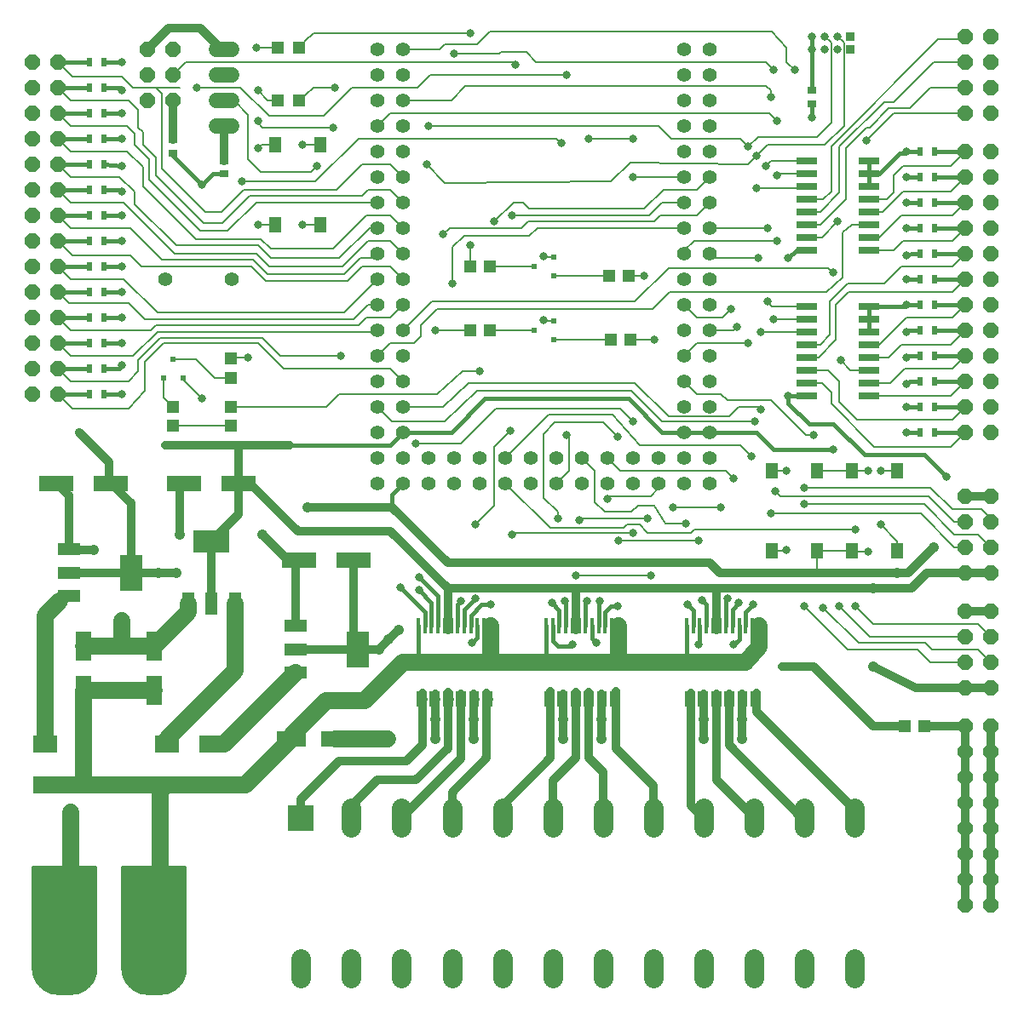
<source format=gtl>
G75*
%MOIN*%
%OFA0B0*%
%FSLAX25Y25*%
%IPPOS*%
%LPD*%
%AMOC8*
5,1,8,0,0,1.08239X$1,22.5*
%
%ADD10C,0.05600*%
%ADD11R,0.06299X0.11811*%
%ADD12R,0.13780X0.06299*%
%ADD13R,0.11811X0.06299*%
%ADD14R,0.05000X0.04500*%
%ADD15R,0.09449X0.07087*%
%ADD16R,0.04800X0.08800*%
%ADD17R,0.14173X0.08661*%
%ADD18R,0.08800X0.04800*%
%ADD19R,0.08661X0.14173*%
%ADD20R,0.08000X0.02600*%
%ADD21C,0.03200*%
%ADD22R,0.03200X0.03200*%
%ADD23R,0.10000X0.10000*%
%ADD24C,0.07600*%
%ADD25OC8,0.06000*%
%ADD26C,0.06000*%
%ADD27R,0.04724X0.04724*%
%ADD28R,0.02400X0.03500*%
%ADD29R,0.03543X0.02756*%
%ADD30R,0.04500X0.05000*%
%ADD31C,0.00500*%
%ADD32R,0.02500X0.05000*%
%ADD33R,0.01575X0.05906*%
%ADD34R,0.02362X0.02362*%
%ADD35R,0.05118X0.06102*%
%ADD36C,0.04200*%
%ADD37C,0.06600*%
%ADD38C,0.03200*%
%ADD39C,0.00800*%
%ADD40C,0.01600*%
%ADD41C,0.00600*%
%ADD42C,0.04000*%
%ADD43C,0.05000*%
%ADD44C,0.03543*%
D10*
X0146000Y0211000D03*
X0146000Y0221000D03*
X0146000Y0231000D03*
X0146000Y0241000D03*
X0146000Y0251000D03*
X0146000Y0261000D03*
X0146000Y0271000D03*
X0146000Y0281000D03*
X0146000Y0291000D03*
X0146000Y0301000D03*
X0146000Y0311000D03*
X0146000Y0321000D03*
X0146000Y0331000D03*
X0146000Y0341000D03*
X0146000Y0351000D03*
X0146000Y0361000D03*
X0146000Y0371000D03*
X0146000Y0381000D03*
X0156000Y0381000D03*
X0156000Y0371000D03*
X0156000Y0361000D03*
X0156000Y0351000D03*
X0156000Y0341000D03*
X0156000Y0331000D03*
X0156000Y0321000D03*
X0156000Y0311000D03*
X0156000Y0301000D03*
X0156000Y0291000D03*
X0156000Y0281000D03*
X0156000Y0271000D03*
X0156000Y0261000D03*
X0156000Y0251000D03*
X0156000Y0241000D03*
X0156000Y0231000D03*
X0156000Y0221000D03*
X0156000Y0211000D03*
X0166000Y0211000D03*
X0166000Y0221000D03*
X0176000Y0221000D03*
X0176000Y0211000D03*
X0186000Y0211000D03*
X0186000Y0221000D03*
X0196000Y0221000D03*
X0196000Y0211000D03*
X0206000Y0211000D03*
X0206000Y0221000D03*
X0216000Y0221000D03*
X0216000Y0211000D03*
X0226000Y0211000D03*
X0226000Y0221000D03*
X0236000Y0221000D03*
X0236000Y0211000D03*
X0246000Y0211000D03*
X0246000Y0221000D03*
X0256000Y0221000D03*
X0256000Y0211000D03*
X0266000Y0211000D03*
X0266000Y0221000D03*
X0276000Y0221000D03*
X0276000Y0211000D03*
X0276000Y0231000D03*
X0276000Y0241000D03*
X0266000Y0241000D03*
X0266000Y0231000D03*
X0266000Y0251000D03*
X0266000Y0261000D03*
X0276000Y0261000D03*
X0276000Y0251000D03*
X0276000Y0271000D03*
X0276000Y0281000D03*
X0266000Y0281000D03*
X0266000Y0271000D03*
X0266000Y0291000D03*
X0276000Y0291000D03*
X0276000Y0301000D03*
X0276000Y0311000D03*
X0266000Y0311000D03*
X0266000Y0301000D03*
X0266000Y0321000D03*
X0266000Y0331000D03*
X0276000Y0331000D03*
X0276000Y0321000D03*
X0276000Y0341000D03*
X0276000Y0351000D03*
X0266000Y0351000D03*
X0266000Y0341000D03*
X0266000Y0361000D03*
X0266000Y0371000D03*
X0276000Y0371000D03*
X0276000Y0361000D03*
X0276000Y0381000D03*
X0266000Y0381000D03*
X0088992Y0291000D03*
X0063008Y0291000D03*
D11*
X0058500Y0147161D03*
X0058500Y0129839D03*
X0031000Y0129839D03*
X0031000Y0147161D03*
D12*
X0020370Y0211000D03*
X0041630Y0211000D03*
X0070370Y0211000D03*
X0091630Y0211000D03*
X0115370Y0181000D03*
X0136630Y0181000D03*
D13*
X0129661Y0111000D03*
X0112339Y0111000D03*
D14*
X0088500Y0233500D03*
X0088500Y0241000D03*
X0088500Y0252250D03*
X0088500Y0259750D03*
X0066000Y0241000D03*
X0066000Y0233500D03*
D15*
X0063500Y0108972D03*
X0063500Y0093028D03*
X0081000Y0093028D03*
X0081000Y0108972D03*
X0016000Y0108972D03*
X0016000Y0093028D03*
D16*
X0071900Y0163800D03*
X0081000Y0163800D03*
X0090100Y0163800D03*
D17*
X0081000Y0188201D03*
D18*
X0113800Y0155100D03*
X0113800Y0146000D03*
X0113800Y0136900D03*
X0025050Y0166900D03*
X0025050Y0176000D03*
X0025050Y0185100D03*
D19*
X0049451Y0176000D03*
X0138201Y0146000D03*
D20*
X0313900Y0245375D03*
X0313900Y0250375D03*
X0313900Y0255375D03*
X0313900Y0260375D03*
X0313900Y0265375D03*
X0313900Y0270375D03*
X0313900Y0275375D03*
X0313900Y0280375D03*
X0313900Y0302250D03*
X0313900Y0307250D03*
X0313900Y0312250D03*
X0313900Y0317250D03*
X0313900Y0322250D03*
X0313900Y0327250D03*
X0313900Y0332250D03*
X0313900Y0337250D03*
X0338100Y0337250D03*
X0338100Y0332250D03*
X0338100Y0327250D03*
X0338100Y0322250D03*
X0338100Y0317250D03*
X0338100Y0312250D03*
X0338100Y0307250D03*
X0338100Y0302250D03*
X0338100Y0280375D03*
X0338100Y0275375D03*
X0338100Y0270375D03*
X0338100Y0265375D03*
X0338100Y0260375D03*
X0338100Y0255375D03*
X0338100Y0250375D03*
X0338100Y0245375D03*
D21*
X0352875Y0241000D03*
X0352875Y0231000D03*
X0342875Y0216000D03*
X0337875Y0216000D03*
X0324125Y0224125D03*
X0316625Y0229750D03*
X0306625Y0245375D03*
X0296000Y0239750D03*
X0293500Y0235375D03*
X0292250Y0221625D03*
X0285375Y0212875D03*
X0280375Y0201625D03*
X0266625Y0195375D03*
X0261625Y0201625D03*
X0251625Y0197250D03*
X0246000Y0191625D03*
X0240375Y0188500D03*
X0227875Y0179750D03*
X0223500Y0174750D03*
X0219125Y0164750D03*
X0214125Y0164125D03*
X0227875Y0164750D03*
X0232875Y0164750D03*
X0239750Y0162875D03*
X0252875Y0174750D03*
X0267250Y0163500D03*
X0272875Y0165375D03*
X0282875Y0166000D03*
X0287250Y0164125D03*
X0292875Y0163500D03*
X0285375Y0147875D03*
X0271625Y0147875D03*
X0276000Y0179750D03*
X0271625Y0188500D03*
X0299750Y0199125D03*
X0301625Y0207875D03*
X0306000Y0216000D03*
X0312875Y0209125D03*
X0312875Y0202875D03*
X0306000Y0184750D03*
X0312875Y0162875D03*
X0320375Y0162250D03*
X0326625Y0162875D03*
X0332875Y0162875D03*
X0337875Y0184125D03*
X0332875Y0192875D03*
X0342875Y0194750D03*
X0368500Y0213500D03*
X0352875Y0249750D03*
X0352875Y0260375D03*
X0352875Y0270375D03*
X0352875Y0281000D03*
X0352875Y0291000D03*
X0352875Y0300375D03*
X0352875Y0311000D03*
X0352875Y0321000D03*
X0352875Y0331000D03*
X0352875Y0341000D03*
X0337250Y0345375D03*
X0316000Y0354125D03*
X0302250Y0352875D03*
X0299750Y0362250D03*
X0301000Y0372875D03*
X0309125Y0372875D03*
X0316000Y0381000D03*
X0316000Y0386000D03*
X0321000Y0386000D03*
X0321000Y0381000D03*
X0326000Y0381000D03*
X0326000Y0386000D03*
X0291000Y0342875D03*
X0294125Y0339125D03*
X0297875Y0335375D03*
X0302250Y0331625D03*
X0294125Y0326625D03*
X0298500Y0311000D03*
X0302250Y0306000D03*
X0306625Y0299125D03*
X0294750Y0299125D03*
X0298500Y0282250D03*
X0301000Y0275375D03*
X0296000Y0270375D03*
X0291000Y0266000D03*
X0286625Y0272250D03*
X0284125Y0279125D03*
X0254125Y0267250D03*
X0250375Y0292250D03*
X0246000Y0331000D03*
X0246000Y0346000D03*
X0228500Y0346000D03*
X0217875Y0344125D03*
X0219750Y0371000D03*
X0199750Y0374750D03*
X0182250Y0387250D03*
X0176000Y0379125D03*
X0166000Y0351000D03*
X0165375Y0336000D03*
X0171625Y0308500D03*
X0182250Y0304125D03*
X0191625Y0313500D03*
X0198500Y0316000D03*
X0211000Y0299750D03*
X0211000Y0274750D03*
X0186000Y0254750D03*
X0168500Y0271000D03*
X0175375Y0289125D03*
X0131625Y0261000D03*
X0111625Y0226000D03*
X0086000Y0226000D03*
X0077250Y0244125D03*
X0062875Y0226000D03*
X0046000Y0246000D03*
X0046000Y0257250D03*
X0046000Y0266000D03*
X0046000Y0276000D03*
X0046000Y0286000D03*
X0046000Y0296000D03*
X0046000Y0306000D03*
X0046000Y0316000D03*
X0046000Y0325375D03*
X0046000Y0335375D03*
X0046000Y0346000D03*
X0046000Y0356000D03*
X0046000Y0364750D03*
X0046000Y0376000D03*
X0075375Y0366000D03*
X0098500Y0381625D03*
X0099125Y0364750D03*
X0099125Y0352875D03*
X0099125Y0342250D03*
X0092875Y0329125D03*
X0077250Y0327875D03*
X0099125Y0312250D03*
X0116625Y0312250D03*
X0122250Y0335375D03*
X0116625Y0343500D03*
X0128500Y0350375D03*
X0129125Y0366000D03*
X0095375Y0260375D03*
X0161000Y0226625D03*
X0184125Y0194750D03*
X0198500Y0191000D03*
X0206625Y0179750D03*
X0216625Y0197250D03*
X0224750Y0196625D03*
X0236000Y0204750D03*
X0239750Y0229125D03*
X0246000Y0235375D03*
X0219750Y0229750D03*
X0197875Y0231625D03*
X0178500Y0179750D03*
X0184125Y0166000D03*
X0178500Y0164750D03*
X0190375Y0163500D03*
X0182875Y0148500D03*
X0162250Y0169125D03*
X0162250Y0174125D03*
X0154750Y0170375D03*
X0222250Y0147875D03*
X0231625Y0148500D03*
X0304125Y0139125D03*
X0310375Y0139125D03*
X0316625Y0139125D03*
X0327250Y0259125D03*
X0324125Y0293500D03*
X0326000Y0313500D03*
D22*
X0331000Y0381000D03*
X0331000Y0386000D03*
D23*
X0116000Y0080055D03*
D24*
X0135685Y0076255D02*
X0135685Y0083855D01*
X0155370Y0083855D02*
X0155370Y0076255D01*
X0175055Y0076255D02*
X0175055Y0083855D01*
X0194740Y0083855D02*
X0194740Y0076255D01*
X0214425Y0076255D02*
X0214425Y0083855D01*
X0234110Y0083855D02*
X0234110Y0076255D01*
X0253795Y0076255D02*
X0253795Y0083855D01*
X0273480Y0083855D02*
X0273480Y0076255D01*
X0293165Y0076255D02*
X0293165Y0083855D01*
X0312850Y0083855D02*
X0312850Y0076255D01*
X0332535Y0076255D02*
X0332535Y0083855D01*
X0332535Y0024800D02*
X0332535Y0017200D01*
X0312850Y0017200D02*
X0312850Y0024800D01*
X0293165Y0024800D02*
X0293165Y0017200D01*
X0273480Y0017200D02*
X0273480Y0024800D01*
X0253795Y0024800D02*
X0253795Y0017200D01*
X0234110Y0017200D02*
X0234110Y0024800D01*
X0214425Y0024800D02*
X0214425Y0017200D01*
X0194740Y0017200D02*
X0194740Y0024800D01*
X0175055Y0024800D02*
X0175055Y0017200D01*
X0155370Y0017200D02*
X0155370Y0024800D01*
X0135685Y0024800D02*
X0135685Y0017200D01*
X0116000Y0017200D02*
X0116000Y0024800D01*
D25*
X0021000Y0246000D03*
X0021000Y0256000D03*
X0021000Y0266000D03*
X0021000Y0276000D03*
X0021000Y0286000D03*
X0021000Y0296000D03*
X0021000Y0306000D03*
X0021000Y0316000D03*
X0021000Y0326000D03*
X0021000Y0336000D03*
X0021000Y0346000D03*
X0021000Y0356000D03*
X0021000Y0366000D03*
X0021000Y0376000D03*
X0011000Y0376000D03*
X0011000Y0366000D03*
X0011000Y0356000D03*
X0011000Y0346000D03*
X0011000Y0336000D03*
X0011000Y0326000D03*
X0011000Y0316000D03*
X0011000Y0306000D03*
X0011000Y0296000D03*
X0011000Y0286000D03*
X0011000Y0276000D03*
X0011000Y0266000D03*
X0011000Y0256000D03*
X0011000Y0246000D03*
X0056000Y0361000D03*
X0056000Y0371000D03*
X0066000Y0371000D03*
X0066000Y0361000D03*
X0066000Y0381000D03*
X0056000Y0381000D03*
X0376000Y0376000D03*
X0376000Y0366000D03*
X0386000Y0366000D03*
X0386000Y0376000D03*
X0386000Y0386000D03*
X0376000Y0386000D03*
X0376000Y0356000D03*
X0386000Y0356000D03*
X0386000Y0341000D03*
X0376000Y0341000D03*
X0376000Y0331000D03*
X0376000Y0321000D03*
X0386000Y0321000D03*
X0386000Y0331000D03*
X0386000Y0311000D03*
X0386000Y0301000D03*
X0376000Y0301000D03*
X0376000Y0311000D03*
X0376000Y0291000D03*
X0386000Y0291000D03*
X0386000Y0281000D03*
X0386000Y0271000D03*
X0376000Y0271000D03*
X0376000Y0281000D03*
X0376000Y0261000D03*
X0376000Y0251000D03*
X0386000Y0251000D03*
X0386000Y0261000D03*
X0386000Y0241000D03*
X0386000Y0231000D03*
X0376000Y0231000D03*
X0376000Y0241000D03*
X0376000Y0206000D03*
X0386000Y0206000D03*
X0386000Y0196000D03*
X0376000Y0196000D03*
X0376000Y0186000D03*
X0376000Y0176000D03*
X0386000Y0176000D03*
X0386000Y0186000D03*
X0386000Y0161000D03*
X0386000Y0151000D03*
X0376000Y0151000D03*
X0376000Y0161000D03*
X0376000Y0141000D03*
X0376000Y0131000D03*
X0386000Y0131000D03*
X0386000Y0141000D03*
X0386000Y0116000D03*
X0376000Y0116000D03*
X0376000Y0106000D03*
X0376000Y0096000D03*
X0386000Y0096000D03*
X0386000Y0106000D03*
X0386000Y0086000D03*
X0386000Y0076000D03*
X0376000Y0076000D03*
X0376000Y0086000D03*
X0376000Y0066000D03*
X0376000Y0056000D03*
X0386000Y0056000D03*
X0386000Y0066000D03*
X0386000Y0046000D03*
X0376000Y0046000D03*
D26*
X0089000Y0351000D02*
X0083000Y0351000D01*
X0083000Y0361000D02*
X0089000Y0361000D01*
X0089000Y0371000D02*
X0083000Y0371000D01*
X0083000Y0381000D02*
X0089000Y0381000D01*
D27*
X0106866Y0381625D03*
X0115134Y0381625D03*
X0115134Y0361000D03*
X0106866Y0361000D03*
D28*
X0038950Y0356000D03*
X0033050Y0356000D03*
X0033050Y0346000D03*
X0038950Y0346000D03*
X0038950Y0336000D03*
X0033050Y0336000D03*
X0033050Y0326000D03*
X0038950Y0326000D03*
X0038950Y0316000D03*
X0033050Y0316000D03*
X0033050Y0306000D03*
X0038950Y0306000D03*
X0038950Y0296000D03*
X0033050Y0296000D03*
X0033050Y0286000D03*
X0038950Y0286000D03*
X0038950Y0276000D03*
X0033050Y0276000D03*
X0033050Y0266000D03*
X0038950Y0266000D03*
X0038950Y0256000D03*
X0033050Y0256000D03*
X0033050Y0246000D03*
X0038950Y0246000D03*
X0038950Y0366000D03*
X0033050Y0366000D03*
X0033050Y0376000D03*
X0038950Y0376000D03*
X0358050Y0341000D03*
X0363950Y0341000D03*
X0363950Y0331000D03*
X0358050Y0331000D03*
X0358050Y0321000D03*
X0363950Y0321000D03*
X0363950Y0311000D03*
X0358050Y0311000D03*
X0358050Y0301000D03*
X0363950Y0301000D03*
X0363950Y0291000D03*
X0358050Y0291000D03*
X0358050Y0281000D03*
X0363950Y0281000D03*
X0363950Y0271000D03*
X0358050Y0271000D03*
X0358050Y0261000D03*
X0363950Y0261000D03*
X0363950Y0251000D03*
X0358050Y0251000D03*
X0358050Y0241000D03*
X0363950Y0241000D03*
X0363950Y0231000D03*
X0358050Y0231000D03*
D29*
X0316000Y0359691D03*
X0316000Y0364809D03*
X0086000Y0337309D03*
X0086000Y0332191D03*
X0066000Y0340316D03*
X0066000Y0345434D03*
D30*
X0182250Y0296000D03*
X0189750Y0296000D03*
X0189750Y0271000D03*
X0182250Y0271000D03*
X0237250Y0267250D03*
X0244750Y0267250D03*
X0244125Y0292250D03*
X0236625Y0292250D03*
X0352250Y0116000D03*
X0359750Y0116000D03*
D31*
X0033067Y0013961D02*
X0013933Y0013961D01*
X0013443Y0014451D02*
X0014451Y0013443D01*
X0015594Y0012587D01*
X0016846Y0011904D01*
X0018183Y0011405D01*
X0019577Y0011102D01*
X0021000Y0011000D01*
X0026000Y0011000D01*
X0027423Y0011102D01*
X0028817Y0011405D01*
X0030154Y0011904D01*
X0031406Y0012587D01*
X0032549Y0013443D01*
X0033557Y0014451D01*
X0034413Y0015594D01*
X0035096Y0016846D01*
X0035595Y0018183D01*
X0035898Y0019577D01*
X0036000Y0021000D01*
X0036000Y0061000D01*
X0011000Y0061000D01*
X0011000Y0021000D01*
X0011102Y0019577D01*
X0011405Y0018183D01*
X0011904Y0016846D01*
X0012587Y0015594D01*
X0013443Y0014451D01*
X0013436Y0014460D02*
X0033564Y0014460D01*
X0033937Y0014958D02*
X0013063Y0014958D01*
X0012690Y0015457D02*
X0034310Y0015457D01*
X0034610Y0015955D02*
X0012390Y0015955D01*
X0012118Y0016454D02*
X0034882Y0016454D01*
X0035136Y0016952D02*
X0011864Y0016952D01*
X0011678Y0017451D02*
X0035322Y0017451D01*
X0035508Y0017949D02*
X0011492Y0017949D01*
X0011347Y0018448D02*
X0035653Y0018448D01*
X0035761Y0018946D02*
X0011239Y0018946D01*
X0011130Y0019445D02*
X0035870Y0019445D01*
X0035924Y0019943D02*
X0011076Y0019943D01*
X0011040Y0020442D02*
X0035960Y0020442D01*
X0035996Y0020940D02*
X0011004Y0020940D01*
X0011000Y0021439D02*
X0036000Y0021439D01*
X0036000Y0021937D02*
X0011000Y0021937D01*
X0011000Y0022436D02*
X0036000Y0022436D01*
X0036000Y0022934D02*
X0011000Y0022934D01*
X0011000Y0023433D02*
X0036000Y0023433D01*
X0036000Y0023932D02*
X0011000Y0023932D01*
X0011000Y0024430D02*
X0036000Y0024430D01*
X0036000Y0024929D02*
X0011000Y0024929D01*
X0011000Y0025427D02*
X0036000Y0025427D01*
X0036000Y0025926D02*
X0011000Y0025926D01*
X0011000Y0026424D02*
X0036000Y0026424D01*
X0036000Y0026923D02*
X0011000Y0026923D01*
X0011000Y0027421D02*
X0036000Y0027421D01*
X0036000Y0027920D02*
X0011000Y0027920D01*
X0011000Y0028418D02*
X0036000Y0028418D01*
X0036000Y0028917D02*
X0011000Y0028917D01*
X0011000Y0029415D02*
X0036000Y0029415D01*
X0036000Y0029914D02*
X0011000Y0029914D01*
X0011000Y0030412D02*
X0036000Y0030412D01*
X0036000Y0030911D02*
X0011000Y0030911D01*
X0011000Y0031409D02*
X0036000Y0031409D01*
X0036000Y0031908D02*
X0011000Y0031908D01*
X0011000Y0032406D02*
X0036000Y0032406D01*
X0036000Y0032905D02*
X0011000Y0032905D01*
X0011000Y0033403D02*
X0036000Y0033403D01*
X0036000Y0033902D02*
X0011000Y0033902D01*
X0011000Y0034400D02*
X0036000Y0034400D01*
X0036000Y0034899D02*
X0011000Y0034899D01*
X0011000Y0035397D02*
X0036000Y0035397D01*
X0036000Y0035896D02*
X0011000Y0035896D01*
X0011000Y0036394D02*
X0036000Y0036394D01*
X0036000Y0036893D02*
X0011000Y0036893D01*
X0011000Y0037391D02*
X0036000Y0037391D01*
X0036000Y0037890D02*
X0011000Y0037890D01*
X0011000Y0038388D02*
X0036000Y0038388D01*
X0036000Y0038887D02*
X0011000Y0038887D01*
X0011000Y0039385D02*
X0036000Y0039385D01*
X0036000Y0039884D02*
X0011000Y0039884D01*
X0011000Y0040382D02*
X0036000Y0040382D01*
X0036000Y0040881D02*
X0011000Y0040881D01*
X0011000Y0041379D02*
X0036000Y0041379D01*
X0036000Y0041878D02*
X0011000Y0041878D01*
X0011000Y0042376D02*
X0036000Y0042376D01*
X0036000Y0042875D02*
X0011000Y0042875D01*
X0011000Y0043373D02*
X0036000Y0043373D01*
X0036000Y0043872D02*
X0011000Y0043872D01*
X0011000Y0044370D02*
X0036000Y0044370D01*
X0036000Y0044869D02*
X0011000Y0044869D01*
X0011000Y0045368D02*
X0036000Y0045368D01*
X0036000Y0045866D02*
X0011000Y0045866D01*
X0011000Y0046365D02*
X0036000Y0046365D01*
X0036000Y0046863D02*
X0011000Y0046863D01*
X0011000Y0047362D02*
X0036000Y0047362D01*
X0036000Y0047860D02*
X0011000Y0047860D01*
X0011000Y0048359D02*
X0036000Y0048359D01*
X0036000Y0048857D02*
X0011000Y0048857D01*
X0011000Y0049356D02*
X0036000Y0049356D01*
X0036000Y0049854D02*
X0011000Y0049854D01*
X0011000Y0050353D02*
X0036000Y0050353D01*
X0036000Y0050851D02*
X0011000Y0050851D01*
X0011000Y0051350D02*
X0036000Y0051350D01*
X0036000Y0051848D02*
X0011000Y0051848D01*
X0011000Y0052347D02*
X0036000Y0052347D01*
X0036000Y0052845D02*
X0011000Y0052845D01*
X0011000Y0053344D02*
X0036000Y0053344D01*
X0036000Y0053842D02*
X0011000Y0053842D01*
X0011000Y0054341D02*
X0036000Y0054341D01*
X0036000Y0054839D02*
X0011000Y0054839D01*
X0011000Y0055338D02*
X0036000Y0055338D01*
X0036000Y0055836D02*
X0011000Y0055836D01*
X0011000Y0056335D02*
X0036000Y0056335D01*
X0036000Y0056833D02*
X0011000Y0056833D01*
X0011000Y0057332D02*
X0036000Y0057332D01*
X0036000Y0057830D02*
X0011000Y0057830D01*
X0011000Y0058329D02*
X0036000Y0058329D01*
X0036000Y0058827D02*
X0011000Y0058827D01*
X0011000Y0059326D02*
X0036000Y0059326D01*
X0036000Y0059824D02*
X0011000Y0059824D01*
X0011000Y0060323D02*
X0036000Y0060323D01*
X0036000Y0060821D02*
X0011000Y0060821D01*
X0046000Y0060821D02*
X0071000Y0060821D01*
X0071000Y0061000D02*
X0071000Y0021000D01*
X0070898Y0019577D01*
X0070595Y0018183D01*
X0070096Y0016846D01*
X0069413Y0015594D01*
X0068557Y0014451D01*
X0067549Y0013443D01*
X0066406Y0012587D01*
X0065154Y0011904D01*
X0063817Y0011405D01*
X0062423Y0011102D01*
X0061000Y0011000D01*
X0056000Y0011000D01*
X0054577Y0011102D01*
X0053183Y0011405D01*
X0051846Y0011904D01*
X0050594Y0012587D01*
X0049451Y0013443D01*
X0048443Y0014451D01*
X0047587Y0015594D01*
X0046904Y0016846D01*
X0046405Y0018183D01*
X0046102Y0019577D01*
X0046000Y0021000D01*
X0046000Y0061000D01*
X0071000Y0061000D01*
X0071000Y0060323D02*
X0046000Y0060323D01*
X0046000Y0059824D02*
X0071000Y0059824D01*
X0071000Y0059326D02*
X0046000Y0059326D01*
X0046000Y0058827D02*
X0071000Y0058827D01*
X0071000Y0058329D02*
X0046000Y0058329D01*
X0046000Y0057830D02*
X0071000Y0057830D01*
X0071000Y0057332D02*
X0046000Y0057332D01*
X0046000Y0056833D02*
X0071000Y0056833D01*
X0071000Y0056335D02*
X0046000Y0056335D01*
X0046000Y0055836D02*
X0071000Y0055836D01*
X0071000Y0055338D02*
X0046000Y0055338D01*
X0046000Y0054839D02*
X0071000Y0054839D01*
X0071000Y0054341D02*
X0046000Y0054341D01*
X0046000Y0053842D02*
X0071000Y0053842D01*
X0071000Y0053344D02*
X0046000Y0053344D01*
X0046000Y0052845D02*
X0071000Y0052845D01*
X0071000Y0052347D02*
X0046000Y0052347D01*
X0046000Y0051848D02*
X0071000Y0051848D01*
X0071000Y0051350D02*
X0046000Y0051350D01*
X0046000Y0050851D02*
X0071000Y0050851D01*
X0071000Y0050353D02*
X0046000Y0050353D01*
X0046000Y0049854D02*
X0071000Y0049854D01*
X0071000Y0049356D02*
X0046000Y0049356D01*
X0046000Y0048857D02*
X0071000Y0048857D01*
X0071000Y0048359D02*
X0046000Y0048359D01*
X0046000Y0047860D02*
X0071000Y0047860D01*
X0071000Y0047362D02*
X0046000Y0047362D01*
X0046000Y0046863D02*
X0071000Y0046863D01*
X0071000Y0046365D02*
X0046000Y0046365D01*
X0046000Y0045866D02*
X0071000Y0045866D01*
X0071000Y0045368D02*
X0046000Y0045368D01*
X0046000Y0044869D02*
X0071000Y0044869D01*
X0071000Y0044370D02*
X0046000Y0044370D01*
X0046000Y0043872D02*
X0071000Y0043872D01*
X0071000Y0043373D02*
X0046000Y0043373D01*
X0046000Y0042875D02*
X0071000Y0042875D01*
X0071000Y0042376D02*
X0046000Y0042376D01*
X0046000Y0041878D02*
X0071000Y0041878D01*
X0071000Y0041379D02*
X0046000Y0041379D01*
X0046000Y0040881D02*
X0071000Y0040881D01*
X0071000Y0040382D02*
X0046000Y0040382D01*
X0046000Y0039884D02*
X0071000Y0039884D01*
X0071000Y0039385D02*
X0046000Y0039385D01*
X0046000Y0038887D02*
X0071000Y0038887D01*
X0071000Y0038388D02*
X0046000Y0038388D01*
X0046000Y0037890D02*
X0071000Y0037890D01*
X0071000Y0037391D02*
X0046000Y0037391D01*
X0046000Y0036893D02*
X0071000Y0036893D01*
X0071000Y0036394D02*
X0046000Y0036394D01*
X0046000Y0035896D02*
X0071000Y0035896D01*
X0071000Y0035397D02*
X0046000Y0035397D01*
X0046000Y0034899D02*
X0071000Y0034899D01*
X0071000Y0034400D02*
X0046000Y0034400D01*
X0046000Y0033902D02*
X0071000Y0033902D01*
X0071000Y0033403D02*
X0046000Y0033403D01*
X0046000Y0032905D02*
X0071000Y0032905D01*
X0071000Y0032406D02*
X0046000Y0032406D01*
X0046000Y0031908D02*
X0071000Y0031908D01*
X0071000Y0031409D02*
X0046000Y0031409D01*
X0046000Y0030911D02*
X0071000Y0030911D01*
X0071000Y0030412D02*
X0046000Y0030412D01*
X0046000Y0029914D02*
X0071000Y0029914D01*
X0071000Y0029415D02*
X0046000Y0029415D01*
X0046000Y0028917D02*
X0071000Y0028917D01*
X0071000Y0028418D02*
X0046000Y0028418D01*
X0046000Y0027920D02*
X0071000Y0027920D01*
X0071000Y0027421D02*
X0046000Y0027421D01*
X0046000Y0026923D02*
X0071000Y0026923D01*
X0071000Y0026424D02*
X0046000Y0026424D01*
X0046000Y0025926D02*
X0071000Y0025926D01*
X0071000Y0025427D02*
X0046000Y0025427D01*
X0046000Y0024929D02*
X0071000Y0024929D01*
X0071000Y0024430D02*
X0046000Y0024430D01*
X0046000Y0023932D02*
X0071000Y0023932D01*
X0071000Y0023433D02*
X0046000Y0023433D01*
X0046000Y0022934D02*
X0071000Y0022934D01*
X0071000Y0022436D02*
X0046000Y0022436D01*
X0046000Y0021937D02*
X0071000Y0021937D01*
X0071000Y0021439D02*
X0046000Y0021439D01*
X0046004Y0020940D02*
X0070996Y0020940D01*
X0070960Y0020442D02*
X0046040Y0020442D01*
X0046076Y0019943D02*
X0070924Y0019943D01*
X0070870Y0019445D02*
X0046130Y0019445D01*
X0046239Y0018946D02*
X0070761Y0018946D01*
X0070653Y0018448D02*
X0046347Y0018448D01*
X0046492Y0017949D02*
X0070508Y0017949D01*
X0070322Y0017451D02*
X0046678Y0017451D01*
X0046864Y0016952D02*
X0070136Y0016952D01*
X0069882Y0016454D02*
X0047118Y0016454D01*
X0047390Y0015955D02*
X0069610Y0015955D01*
X0069310Y0015457D02*
X0047690Y0015457D01*
X0048063Y0014958D02*
X0068937Y0014958D01*
X0068564Y0014460D02*
X0048436Y0014460D01*
X0048933Y0013961D02*
X0068067Y0013961D01*
X0067569Y0013463D02*
X0049431Y0013463D01*
X0050090Y0012964D02*
X0066910Y0012964D01*
X0066184Y0012466D02*
X0050816Y0012466D01*
X0051729Y0011967D02*
X0065271Y0011967D01*
X0063988Y0011469D02*
X0053012Y0011469D01*
X0032569Y0013463D02*
X0014431Y0013463D01*
X0015090Y0012964D02*
X0031910Y0012964D01*
X0031184Y0012466D02*
X0015816Y0012466D01*
X0016729Y0011967D02*
X0030271Y0011967D01*
X0028988Y0011469D02*
X0018012Y0011469D01*
D32*
X0026000Y0041000D03*
X0061000Y0046000D03*
D33*
X0161925Y0126728D03*
X0164484Y0126728D03*
X0167043Y0126728D03*
X0169602Y0126728D03*
X0172161Y0126728D03*
X0174720Y0126728D03*
X0177280Y0126728D03*
X0179839Y0126728D03*
X0182398Y0126728D03*
X0184957Y0126728D03*
X0187516Y0126728D03*
X0190075Y0126728D03*
X0211925Y0126728D03*
X0214484Y0126728D03*
X0217043Y0126728D03*
X0219602Y0126728D03*
X0222161Y0126728D03*
X0224720Y0126728D03*
X0227280Y0126728D03*
X0229839Y0126728D03*
X0232398Y0126728D03*
X0234957Y0126728D03*
X0237516Y0126728D03*
X0240075Y0126728D03*
X0266925Y0126728D03*
X0269484Y0126728D03*
X0272043Y0126728D03*
X0274602Y0126728D03*
X0277161Y0126728D03*
X0279720Y0126728D03*
X0282280Y0126728D03*
X0284839Y0126728D03*
X0287398Y0126728D03*
X0289957Y0126728D03*
X0292516Y0126728D03*
X0295075Y0126728D03*
X0295075Y0155272D03*
X0292516Y0155272D03*
X0289957Y0155272D03*
X0287398Y0155272D03*
X0284839Y0155272D03*
X0282280Y0155272D03*
X0279720Y0155272D03*
X0277161Y0155272D03*
X0274602Y0155272D03*
X0272043Y0155272D03*
X0269484Y0155272D03*
X0266925Y0155272D03*
X0240075Y0155272D03*
X0237516Y0155272D03*
X0234957Y0155272D03*
X0232398Y0155272D03*
X0229839Y0155272D03*
X0227280Y0155272D03*
X0224720Y0155272D03*
X0222161Y0155272D03*
X0219602Y0155272D03*
X0217043Y0155272D03*
X0214484Y0155272D03*
X0211925Y0155272D03*
X0190075Y0155272D03*
X0187516Y0155272D03*
X0184957Y0155272D03*
X0182398Y0155272D03*
X0179839Y0155272D03*
X0177280Y0155272D03*
X0174720Y0155272D03*
X0172161Y0155272D03*
X0169602Y0155272D03*
X0167043Y0155272D03*
X0164484Y0155272D03*
X0161925Y0155272D03*
D34*
X0069740Y0252260D03*
X0062260Y0252260D03*
X0066000Y0259740D03*
X0207260Y0271000D03*
X0214740Y0267260D03*
X0214740Y0274740D03*
X0214740Y0292260D03*
X0214740Y0299740D03*
X0207260Y0296000D03*
D35*
X0123608Y0312225D03*
X0105892Y0312225D03*
X0105892Y0343525D03*
X0123608Y0343525D03*
X0300267Y0216025D03*
X0317983Y0216025D03*
X0331517Y0216025D03*
X0349233Y0216025D03*
X0349233Y0184725D03*
X0331517Y0184725D03*
X0317983Y0184725D03*
X0300267Y0184725D03*
D36*
X0339750Y0169750D03*
X0349125Y0176000D03*
X0363500Y0186000D03*
X0339750Y0139125D03*
X0288500Y0118500D03*
X0288500Y0111000D03*
X0273500Y0111000D03*
X0273500Y0118500D03*
X0233500Y0118500D03*
X0233500Y0111000D03*
X0218500Y0111000D03*
X0218500Y0118500D03*
X0183500Y0118500D03*
X0183500Y0111000D03*
X0168500Y0111000D03*
X0168500Y0118500D03*
X0149750Y0111000D03*
X0141000Y0111000D03*
X0146625Y0146000D03*
X0150375Y0149750D03*
X0154125Y0153500D03*
X0118500Y0201625D03*
X0101000Y0191000D03*
X0068500Y0191000D03*
X0067250Y0176000D03*
X0060375Y0176000D03*
X0046000Y0157250D03*
X0046000Y0147250D03*
X0034750Y0184750D03*
X0026000Y0082250D03*
X0026000Y0074125D03*
X0026000Y0066000D03*
D37*
X0026000Y0082250D01*
X0029750Y0093028D02*
X0016000Y0093028D01*
X0029750Y0093028D02*
X0031000Y0094278D01*
X0031000Y0129839D01*
X0058500Y0129839D01*
X0063500Y0111000D02*
X0090100Y0137600D01*
X0090100Y0163800D01*
X0071900Y0163800D02*
X0071900Y0160561D01*
X0058500Y0147161D01*
X0048500Y0147161D01*
X0031000Y0147161D01*
X0016000Y0157850D02*
X0016000Y0108972D01*
X0029750Y0093028D02*
X0036000Y0093028D01*
X0063500Y0093028D01*
X0061000Y0090528D01*
X0061000Y0046000D01*
X0026000Y0041000D02*
X0026000Y0066000D01*
X0063500Y0093028D02*
X0081000Y0093028D01*
X0094366Y0093028D01*
X0112339Y0111000D01*
X0112339Y0112339D01*
X0126000Y0126000D01*
X0141000Y0126000D01*
X0156000Y0141000D01*
X0162250Y0141000D01*
X0191000Y0141000D01*
X0212250Y0141000D01*
X0241000Y0141000D01*
X0267250Y0141000D01*
X0289750Y0141000D01*
X0295075Y0146950D01*
X0295075Y0155272D01*
X0240075Y0155272D02*
X0240075Y0141925D01*
X0190075Y0141925D02*
X0190075Y0155272D01*
X0149750Y0111000D02*
X0141000Y0111000D01*
X0129661Y0111000D01*
X0113800Y0136900D02*
X0085872Y0108972D01*
X0081000Y0108972D01*
X0063500Y0108972D02*
X0063500Y0111000D01*
X0046000Y0147250D02*
X0046000Y0157250D01*
X0021625Y0164750D02*
X0016000Y0159125D01*
D38*
X0025050Y0176000D02*
X0049451Y0176000D01*
X0049451Y0203179D01*
X0041630Y0211000D01*
X0041000Y0211630D01*
X0041000Y0219125D01*
X0034750Y0225375D01*
X0029125Y0231000D01*
X0020370Y0211000D02*
X0025050Y0206320D01*
X0025050Y0185100D01*
X0025400Y0184750D01*
X0034750Y0184750D01*
X0049451Y0176000D02*
X0067250Y0176000D01*
X0068500Y0191000D02*
X0068500Y0209130D01*
X0070370Y0211000D01*
X0062875Y0226000D02*
X0086000Y0226000D01*
X0091630Y0226000D01*
X0091630Y0211000D01*
X0096000Y0211000D01*
X0114750Y0192250D01*
X0151000Y0192250D01*
X0173500Y0169750D01*
X0173500Y0153500D01*
X0173500Y0169750D02*
X0223500Y0169750D01*
X0223500Y0153500D01*
X0223500Y0169750D02*
X0279125Y0169750D01*
X0278500Y0169125D01*
X0278500Y0153500D01*
X0279125Y0169750D02*
X0339750Y0169750D01*
X0354750Y0169750D01*
X0361000Y0176000D01*
X0376000Y0176000D01*
X0386000Y0176000D01*
X0386000Y0161000D02*
X0376000Y0161000D01*
X0353500Y0176000D02*
X0363500Y0186000D01*
X0353500Y0176000D02*
X0349125Y0176000D01*
X0316625Y0176000D01*
X0279750Y0176000D01*
X0276000Y0179750D01*
X0227875Y0179750D01*
X0206625Y0179750D01*
X0178500Y0179750D01*
X0173500Y0179750D01*
X0151625Y0201625D01*
X0118500Y0201625D01*
X0101000Y0191000D02*
X0111000Y0181000D01*
X0115370Y0181000D01*
X0113800Y0179430D01*
X0113800Y0155100D01*
X0113800Y0146000D02*
X0138201Y0146000D01*
X0146625Y0146000D01*
X0150375Y0149750D01*
X0154125Y0153500D01*
X0136630Y0147571D02*
X0136630Y0181000D01*
X0091630Y0198831D02*
X0091630Y0211000D01*
X0091630Y0198831D02*
X0081000Y0188201D01*
X0081000Y0163800D01*
X0048500Y0147161D02*
X0048411Y0147250D01*
X0046000Y0147250D01*
X0116000Y0087250D02*
X0116000Y0080055D01*
X0116000Y0087250D02*
X0131000Y0102250D01*
X0157250Y0102250D01*
X0163500Y0108500D01*
X0163500Y0127875D01*
X0163500Y0128904D01*
X0168500Y0128500D02*
X0168500Y0126625D01*
X0168500Y0118500D01*
X0168500Y0111000D01*
X0173500Y0107250D02*
X0161000Y0094750D01*
X0146000Y0094750D01*
X0135685Y0084435D01*
X0135685Y0080055D01*
X0155370Y0080055D02*
X0178500Y0103185D01*
X0178500Y0128500D01*
X0178500Y0128633D01*
X0183500Y0128500D02*
X0183500Y0126625D01*
X0183500Y0118500D01*
X0183500Y0111000D01*
X0188500Y0103500D02*
X0175055Y0090055D01*
X0175055Y0080055D01*
X0194740Y0080055D02*
X0194740Y0084740D01*
X0213500Y0103500D01*
X0213500Y0128500D01*
X0213500Y0129494D01*
X0218500Y0128500D02*
X0218500Y0118500D01*
X0218500Y0111000D01*
X0223500Y0103500D02*
X0214425Y0094425D01*
X0214425Y0080055D01*
X0234110Y0080055D02*
X0234110Y0097890D01*
X0228500Y0103500D01*
X0228500Y0129140D01*
X0223500Y0129199D02*
X0223500Y0128500D01*
X0223500Y0103500D01*
X0233500Y0111000D02*
X0233500Y0118500D01*
X0233500Y0128500D01*
X0239125Y0129125D02*
X0239125Y0107250D01*
X0253795Y0092580D01*
X0253795Y0080055D01*
X0268500Y0084750D02*
X0273480Y0079770D01*
X0273480Y0080055D01*
X0268500Y0084750D02*
X0268500Y0128904D01*
X0273500Y0128500D02*
X0273500Y0126625D01*
X0273500Y0118500D01*
X0273500Y0111000D01*
X0283500Y0108500D02*
X0311945Y0080055D01*
X0312850Y0080055D01*
X0332250Y0080341D02*
X0332535Y0080055D01*
X0332250Y0080341D02*
X0332250Y0083500D01*
X0294125Y0121625D01*
X0294125Y0128904D01*
X0288500Y0128500D02*
X0288500Y0118500D01*
X0288500Y0111000D01*
X0283500Y0108500D02*
X0283500Y0128515D01*
X0278500Y0128515D02*
X0278500Y0094750D01*
X0293165Y0080085D01*
X0293165Y0080055D01*
X0339750Y0116000D02*
X0316625Y0139125D01*
X0310375Y0139125D01*
X0304125Y0139125D01*
X0339750Y0139125D02*
X0356625Y0131000D01*
X0376000Y0131000D01*
X0386000Y0131000D01*
X0386000Y0116000D02*
X0386000Y0106000D01*
X0386000Y0096000D01*
X0386000Y0086000D01*
X0386000Y0076000D01*
X0386000Y0066000D01*
X0386000Y0056000D01*
X0386000Y0046000D01*
X0376000Y0046000D02*
X0376000Y0056000D01*
X0376000Y0066000D01*
X0376000Y0076000D01*
X0376000Y0086000D01*
X0376000Y0096000D01*
X0376000Y0106000D01*
X0376000Y0116000D01*
X0359750Y0116000D01*
X0352250Y0116000D02*
X0339750Y0116000D01*
X0376000Y0206000D02*
X0386000Y0206000D01*
X0239125Y0129553D02*
X0239125Y0129125D01*
X0188500Y0128904D02*
X0188500Y0103500D01*
X0173500Y0107250D02*
X0173500Y0128500D01*
X0173500Y0129140D01*
X0111625Y0226000D02*
X0091630Y0226000D01*
X0086000Y0337309D02*
X0086000Y0351000D01*
X0066000Y0345434D02*
X0066000Y0361000D01*
X0056000Y0381000D02*
X0064125Y0389125D01*
X0076625Y0389125D01*
X0084750Y0381000D01*
X0086000Y0381000D01*
D39*
X0172161Y0155272D02*
X0174720Y0155272D01*
X0173500Y0154051D01*
X0173500Y0153500D01*
X0211925Y0126925D02*
X0213500Y0128500D01*
X0214484Y0126728D02*
X0211925Y0126728D01*
X0211925Y0126925D01*
X0217043Y0127043D02*
X0218500Y0128500D01*
X0218500Y0127831D01*
X0219602Y0126728D01*
X0217043Y0126728D02*
X0217043Y0127043D01*
X0222161Y0127161D02*
X0223500Y0128500D01*
X0222161Y0127161D02*
X0222161Y0126728D01*
X0224720Y0126728D01*
X0227280Y0126728D02*
X0229839Y0126728D01*
X0232398Y0126728D02*
X0232398Y0127398D01*
X0233500Y0128500D01*
X0233500Y0128185D01*
X0234957Y0126728D01*
X0237516Y0126728D02*
X0240075Y0126728D01*
X0240075Y0128175D01*
X0239125Y0129125D01*
X0228500Y0129140D02*
X0227280Y0127919D01*
X0227280Y0126728D01*
X0223500Y0153500D02*
X0223500Y0154051D01*
X0224720Y0155272D01*
X0223500Y0153500D02*
X0222161Y0154839D01*
X0222161Y0155272D01*
X0266925Y0126728D02*
X0269484Y0126728D01*
X0268500Y0127713D01*
X0268500Y0128904D01*
X0272043Y0126728D02*
X0274602Y0126728D01*
X0273603Y0126728D01*
X0273500Y0126625D01*
X0277161Y0126728D02*
X0278500Y0128067D01*
X0278500Y0128515D01*
X0279720Y0127294D01*
X0279720Y0126728D01*
X0282280Y0126728D02*
X0283500Y0127949D01*
X0283500Y0128515D01*
X0282280Y0126728D02*
X0284839Y0126728D01*
X0287398Y0126728D02*
X0288500Y0127831D01*
X0288500Y0128500D01*
X0287398Y0126728D02*
X0289957Y0126728D01*
X0292516Y0126728D02*
X0295075Y0126728D01*
X0294125Y0127678D01*
X0294125Y0128904D01*
X0278500Y0153500D02*
X0278500Y0154051D01*
X0279720Y0155272D01*
X0277161Y0155272D01*
D40*
X0274602Y0155272D02*
X0274602Y0163648D01*
X0272875Y0165375D01*
X0269484Y0161266D02*
X0267250Y0163500D01*
X0269484Y0161266D02*
X0269484Y0155272D01*
X0266925Y0155272D02*
X0266925Y0141325D01*
X0267250Y0141000D01*
X0271625Y0147875D02*
X0272043Y0148293D01*
X0272043Y0155272D01*
X0282280Y0155272D02*
X0282280Y0165405D01*
X0282875Y0166000D01*
X0284839Y0161714D02*
X0287250Y0164125D01*
X0284839Y0161714D02*
X0284839Y0155272D01*
X0287398Y0155272D02*
X0287398Y0149898D01*
X0285375Y0147875D01*
X0289957Y0155272D02*
X0289957Y0160582D01*
X0292875Y0163500D01*
X0239750Y0162875D02*
X0237250Y0162875D01*
X0234957Y0160582D01*
X0234957Y0155272D01*
X0232398Y0155272D02*
X0232398Y0164273D01*
X0232875Y0164750D01*
X0227875Y0164750D02*
X0227280Y0164155D01*
X0227280Y0155272D01*
X0229839Y0155272D02*
X0229839Y0150286D01*
X0231625Y0148500D01*
X0222250Y0147875D02*
X0221625Y0147250D01*
X0216625Y0147250D01*
X0214484Y0149391D01*
X0214484Y0155272D01*
X0211925Y0155272D02*
X0211925Y0141325D01*
X0212250Y0141000D01*
X0217043Y0155272D02*
X0217043Y0161207D01*
X0214125Y0164125D01*
X0219125Y0164750D02*
X0219602Y0164273D01*
X0219602Y0155272D01*
X0190375Y0163500D02*
X0186625Y0163500D01*
X0182398Y0159273D01*
X0182398Y0155272D01*
X0184957Y0155272D02*
X0184957Y0150582D01*
X0182875Y0148500D01*
X0179839Y0155272D02*
X0179839Y0161714D01*
X0184125Y0166000D01*
X0178500Y0164750D02*
X0177280Y0163530D01*
X0177280Y0155272D01*
X0169602Y0155272D02*
X0169602Y0166773D01*
X0162250Y0174125D01*
X0162250Y0169125D02*
X0167043Y0164332D01*
X0167043Y0155272D01*
X0164484Y0155272D02*
X0164484Y0160641D01*
X0154750Y0170375D01*
X0161925Y0155272D02*
X0161925Y0141325D01*
X0162250Y0141000D01*
X0163500Y0127875D02*
X0163500Y0127713D01*
X0164484Y0126728D01*
X0161925Y0126728D01*
X0167043Y0126728D02*
X0169602Y0126728D01*
X0169499Y0126625D01*
X0168500Y0126625D01*
X0172161Y0126728D02*
X0174720Y0126728D01*
X0173500Y0127949D01*
X0173500Y0128500D01*
X0182398Y0126728D02*
X0182501Y0126625D01*
X0183500Y0126625D01*
X0182398Y0126728D02*
X0184957Y0126728D01*
X0183500Y0128500D02*
X0183500Y0129125D01*
X0187516Y0127919D02*
X0187516Y0126728D01*
X0190075Y0126728D01*
X0188500Y0128904D02*
X0187516Y0127919D01*
X0138201Y0146000D02*
X0136630Y0147571D01*
X0151625Y0201625D02*
X0151625Y0206625D01*
X0156000Y0211000D01*
X0151000Y0226000D02*
X0111625Y0226000D01*
X0151000Y0226000D02*
X0156000Y0231000D01*
X0174750Y0231000D01*
X0187875Y0244125D01*
X0244125Y0244125D01*
X0257250Y0231000D01*
X0266000Y0231000D01*
X0276000Y0231000D01*
X0294125Y0231000D01*
X0301000Y0224125D01*
X0324125Y0224125D01*
X0324125Y0234125D02*
X0314750Y0234125D01*
X0306625Y0242250D01*
X0306625Y0245375D01*
X0313900Y0245375D01*
X0324125Y0234125D02*
X0336625Y0222250D01*
X0359750Y0222250D01*
X0368500Y0213500D01*
X0363950Y0231000D02*
X0376000Y0231000D01*
X0376000Y0241000D02*
X0363950Y0241000D01*
X0358050Y0241000D02*
X0352875Y0241000D01*
X0352875Y0231000D02*
X0358050Y0231000D01*
X0352875Y0249750D02*
X0354125Y0251000D01*
X0358050Y0251000D01*
X0363950Y0251000D02*
X0376000Y0251000D01*
X0376000Y0261000D02*
X0363950Y0261000D01*
X0358050Y0261000D02*
X0353500Y0261000D01*
X0352875Y0260375D01*
X0352875Y0270375D02*
X0353500Y0271000D01*
X0358050Y0271000D01*
X0363950Y0271000D02*
X0376000Y0271000D01*
X0376000Y0281000D02*
X0363950Y0281000D01*
X0358050Y0281000D02*
X0352875Y0281000D01*
X0352250Y0280375D01*
X0338100Y0280375D01*
X0338100Y0275375D01*
X0338100Y0270375D01*
X0352875Y0291000D02*
X0358050Y0291000D01*
X0363950Y0291000D02*
X0376000Y0291000D01*
X0376000Y0301000D02*
X0363950Y0301000D01*
X0358050Y0301000D02*
X0354750Y0301000D01*
X0352875Y0300375D01*
X0352875Y0311000D02*
X0358050Y0311000D01*
X0363950Y0311000D02*
X0376000Y0311000D01*
X0376000Y0321000D02*
X0363950Y0321000D01*
X0358050Y0321000D02*
X0352875Y0321000D01*
X0352875Y0331000D02*
X0358050Y0331000D01*
X0363950Y0331000D02*
X0376000Y0331000D01*
X0376000Y0341000D02*
X0363950Y0341000D01*
X0358050Y0341000D02*
X0352875Y0341000D01*
X0352250Y0340375D01*
X0350375Y0340375D01*
X0342250Y0332250D01*
X0338100Y0332250D01*
X0338100Y0327250D01*
X0338100Y0332250D02*
X0338100Y0337250D01*
X0316000Y0354125D02*
X0316000Y0359691D01*
X0316000Y0364809D02*
X0316000Y0381000D01*
X0316000Y0386000D01*
X0313900Y0302250D02*
X0309750Y0302250D01*
X0306625Y0299125D01*
X0086000Y0332191D02*
X0081566Y0332191D01*
X0077250Y0327875D01*
X0066000Y0339125D01*
X0066000Y0340316D01*
X0046000Y0335375D02*
X0038950Y0336000D01*
X0033050Y0336000D02*
X0021000Y0336000D01*
X0021000Y0326000D02*
X0033050Y0326000D01*
X0038950Y0326000D02*
X0044750Y0326000D01*
X0046000Y0325375D01*
X0046000Y0316000D02*
X0038950Y0316000D01*
X0033050Y0316000D02*
X0021000Y0316000D01*
X0021000Y0306000D02*
X0033050Y0306000D01*
X0038950Y0306000D02*
X0046000Y0306000D01*
X0046000Y0296000D02*
X0038950Y0296000D01*
X0033050Y0296000D02*
X0021000Y0296000D01*
X0021000Y0286000D02*
X0033050Y0286000D01*
X0038950Y0286000D02*
X0046000Y0286000D01*
X0046000Y0276000D02*
X0038950Y0276000D01*
X0033050Y0276000D02*
X0021000Y0276000D01*
X0021000Y0266000D02*
X0033050Y0266000D01*
X0038950Y0266000D02*
X0046000Y0266000D01*
X0046000Y0257250D02*
X0044750Y0256000D01*
X0038950Y0256000D01*
X0033050Y0256000D02*
X0021000Y0256000D01*
X0021000Y0246000D02*
X0033050Y0246000D01*
X0038950Y0246000D02*
X0046000Y0246000D01*
X0025050Y0166900D02*
X0021625Y0164750D01*
X0016000Y0159125D02*
X0016000Y0157850D01*
X0021000Y0346000D02*
X0033050Y0346000D01*
X0038950Y0346000D02*
X0046000Y0346000D01*
X0046000Y0356000D02*
X0038950Y0356000D01*
X0033050Y0356000D02*
X0021000Y0356000D01*
X0021000Y0366000D02*
X0033050Y0366000D01*
X0038950Y0366000D02*
X0044750Y0366000D01*
X0046000Y0364750D01*
X0046000Y0376000D02*
X0038950Y0376000D01*
X0033050Y0376000D02*
X0021000Y0376000D01*
D41*
X0026625Y0370375D01*
X0046000Y0370375D01*
X0050375Y0366000D01*
X0059125Y0366000D01*
X0061625Y0363500D01*
X0061625Y0334125D01*
X0078500Y0317250D01*
X0084750Y0317250D01*
X0093500Y0326000D01*
X0129750Y0326000D01*
X0139750Y0336000D01*
X0151000Y0336000D01*
X0156000Y0331000D01*
X0151000Y0326000D02*
X0142250Y0326000D01*
X0139750Y0323500D01*
X0096000Y0323500D01*
X0085375Y0312875D01*
X0077875Y0312875D01*
X0059125Y0331625D01*
X0059125Y0338500D01*
X0054125Y0343500D01*
X0054125Y0348500D01*
X0052250Y0350375D01*
X0052250Y0357250D01*
X0048500Y0361000D01*
X0026000Y0361000D01*
X0021000Y0366000D01*
X0021000Y0356000D02*
X0026000Y0351000D01*
X0047875Y0351000D01*
X0051000Y0347875D01*
X0051000Y0343500D01*
X0056625Y0337875D01*
X0056625Y0329750D01*
X0076625Y0309750D01*
X0087250Y0309750D01*
X0098500Y0321000D01*
X0146000Y0321000D01*
X0141625Y0316000D02*
X0128500Y0302875D01*
X0104125Y0302875D01*
X0100375Y0306625D01*
X0074750Y0306625D01*
X0054125Y0327250D01*
X0054125Y0334750D01*
X0047875Y0341000D01*
X0026000Y0341000D01*
X0021000Y0346000D01*
X0021000Y0336000D02*
X0026000Y0331000D01*
X0044750Y0331000D01*
X0051000Y0325375D01*
X0051000Y0320375D01*
X0067250Y0304125D01*
X0099125Y0304125D01*
X0104125Y0299125D01*
X0131000Y0299125D01*
X0142875Y0311000D01*
X0146000Y0311000D01*
X0142250Y0306000D02*
X0132250Y0296000D01*
X0103500Y0296000D01*
X0098500Y0301000D01*
X0066625Y0301000D01*
X0046625Y0321000D01*
X0026000Y0321000D01*
X0021000Y0326000D01*
X0021000Y0316000D02*
X0026000Y0311000D01*
X0049125Y0311000D01*
X0061625Y0298500D01*
X0097250Y0298500D01*
X0102875Y0292875D01*
X0132875Y0292875D01*
X0139125Y0299125D01*
X0144125Y0299125D01*
X0146000Y0301000D01*
X0142250Y0306000D02*
X0151000Y0306000D01*
X0156000Y0301000D01*
X0151000Y0296000D02*
X0139750Y0296000D01*
X0134125Y0290375D01*
X0102250Y0290375D01*
X0096625Y0296000D01*
X0053500Y0296000D01*
X0049125Y0300375D01*
X0026625Y0300375D01*
X0021000Y0306000D01*
X0021000Y0296000D02*
X0026000Y0291000D01*
X0046625Y0291000D01*
X0059750Y0277875D01*
X0132875Y0277875D01*
X0146000Y0291000D01*
X0151000Y0296000D02*
X0156000Y0291000D01*
X0156000Y0281000D02*
X0151000Y0276000D01*
X0141625Y0276000D01*
X0138500Y0272875D01*
X0059125Y0272875D01*
X0057250Y0271000D01*
X0026000Y0271000D01*
X0021000Y0276000D01*
X0025375Y0281625D02*
X0021000Y0286000D01*
X0025375Y0281625D02*
X0048500Y0281625D01*
X0054750Y0275375D01*
X0136625Y0275375D01*
X0142250Y0281000D01*
X0146000Y0281000D01*
X0146000Y0271000D02*
X0145375Y0270375D01*
X0059750Y0270375D01*
X0050375Y0261000D01*
X0026000Y0261000D01*
X0021000Y0266000D01*
X0021000Y0256000D02*
X0026000Y0251000D01*
X0048500Y0251000D01*
X0052250Y0254750D01*
X0052250Y0259125D01*
X0061000Y0267875D01*
X0101000Y0267875D01*
X0107875Y0261000D01*
X0131625Y0261000D01*
X0146000Y0261000D02*
X0151000Y0266000D01*
X0160375Y0266000D01*
X0162875Y0268500D01*
X0162875Y0272875D01*
X0169125Y0279125D01*
X0253500Y0279125D01*
X0260375Y0286000D01*
X0321625Y0286000D01*
X0327875Y0291625D01*
X0327875Y0309125D01*
X0331625Y0312250D01*
X0338100Y0312250D01*
X0338100Y0307250D02*
X0342250Y0307250D01*
X0351000Y0316000D01*
X0371000Y0316000D01*
X0376000Y0321000D01*
X0370375Y0325375D02*
X0376000Y0331000D01*
X0370375Y0335375D02*
X0376000Y0341000D01*
X0370375Y0335375D02*
X0351625Y0335375D01*
X0347875Y0331625D01*
X0347875Y0324750D01*
X0345375Y0322250D01*
X0338100Y0322250D01*
X0338100Y0317250D02*
X0343500Y0317250D01*
X0351625Y0325375D01*
X0370375Y0325375D01*
X0376000Y0311000D02*
X0371000Y0306000D01*
X0351625Y0306000D01*
X0347875Y0302250D01*
X0338100Y0302250D01*
X0351000Y0296000D02*
X0344125Y0289125D01*
X0329750Y0289125D01*
X0322875Y0282250D01*
X0322875Y0269125D01*
X0319125Y0265375D01*
X0313900Y0265375D01*
X0313900Y0270375D02*
X0296000Y0270375D01*
X0291000Y0266000D02*
X0271000Y0266000D01*
X0266000Y0261000D01*
X0266000Y0251000D02*
X0271000Y0246000D01*
X0280375Y0246000D01*
X0282875Y0243500D01*
X0299750Y0243500D01*
X0313500Y0229750D01*
X0316625Y0229750D01*
X0323500Y0242250D02*
X0340375Y0225375D01*
X0370375Y0225375D01*
X0376000Y0231000D01*
X0371000Y0236000D02*
X0376000Y0241000D01*
X0371000Y0236000D02*
X0333500Y0236000D01*
X0326625Y0242875D01*
X0326625Y0251000D01*
X0322250Y0255375D01*
X0313900Y0255375D01*
X0313900Y0250375D02*
X0319750Y0250375D01*
X0323500Y0246625D01*
X0323500Y0242250D01*
X0331000Y0255375D02*
X0327250Y0259125D01*
X0331000Y0255375D02*
X0338100Y0255375D01*
X0338100Y0250375D02*
X0346625Y0250375D01*
X0352250Y0256000D01*
X0371000Y0256000D01*
X0376000Y0261000D01*
X0370375Y0265375D02*
X0376000Y0271000D01*
X0371000Y0276000D02*
X0376000Y0281000D01*
X0371000Y0286000D02*
X0376000Y0291000D01*
X0371000Y0286000D02*
X0330375Y0286000D01*
X0325375Y0281000D01*
X0325375Y0267250D01*
X0318500Y0260375D01*
X0313900Y0260375D01*
X0313900Y0275375D02*
X0301000Y0275375D01*
X0300375Y0280375D02*
X0313900Y0280375D01*
X0300375Y0280375D02*
X0298500Y0282250D01*
X0286625Y0272250D02*
X0285375Y0271000D01*
X0276000Y0271000D01*
X0271000Y0276000D02*
X0281000Y0276000D01*
X0284125Y0279125D01*
X0271000Y0276000D02*
X0266000Y0281000D01*
X0254125Y0267250D02*
X0244750Y0267250D01*
X0237250Y0267250D02*
X0237240Y0267260D01*
X0214740Y0267260D01*
X0214740Y0274740D02*
X0211010Y0274740D01*
X0211000Y0274750D01*
X0207260Y0271000D02*
X0189750Y0271000D01*
X0182250Y0271000D02*
X0168500Y0271000D01*
X0167250Y0282250D02*
X0156000Y0271000D01*
X0167250Y0282250D02*
X0246625Y0282250D01*
X0259750Y0295375D01*
X0322250Y0295375D01*
X0324125Y0293500D01*
X0319750Y0307250D02*
X0313900Y0307250D01*
X0313900Y0312250D02*
X0319125Y0312250D01*
X0329125Y0322250D01*
X0329125Y0342250D01*
X0337250Y0350375D01*
X0338500Y0350375D01*
X0346000Y0357875D01*
X0354125Y0357875D01*
X0362250Y0366000D01*
X0376000Y0366000D01*
X0376000Y0376000D02*
X0363500Y0376000D01*
X0347875Y0360375D01*
X0344125Y0360375D01*
X0326625Y0342875D01*
X0326625Y0324750D01*
X0319125Y0317250D01*
X0313900Y0317250D01*
X0313900Y0322250D02*
X0320375Y0322250D01*
X0323500Y0325375D01*
X0323500Y0342875D01*
X0365375Y0384750D01*
X0374750Y0384750D01*
X0376000Y0386000D01*
X0376000Y0356000D02*
X0347875Y0356000D01*
X0337250Y0345375D01*
X0328500Y0351000D02*
X0328500Y0383500D01*
X0326000Y0386000D01*
X0323500Y0383500D02*
X0323500Y0352250D01*
X0317875Y0346625D01*
X0294750Y0346625D01*
X0291000Y0342875D01*
X0287875Y0346000D01*
X0261000Y0346000D01*
X0256000Y0351000D01*
X0166000Y0351000D01*
X0174750Y0361000D02*
X0156000Y0361000D01*
X0161625Y0366000D02*
X0166625Y0371000D01*
X0219750Y0371000D01*
X0207875Y0376000D02*
X0297875Y0376000D01*
X0301000Y0372875D01*
X0306000Y0376000D02*
X0309125Y0372875D01*
X0306000Y0376000D02*
X0306000Y0381625D01*
X0300375Y0387875D01*
X0189750Y0387875D01*
X0184750Y0382875D01*
X0172250Y0382875D01*
X0170375Y0381000D01*
X0156000Y0381000D01*
X0161625Y0366000D02*
X0136000Y0366000D01*
X0124750Y0354750D01*
X0103500Y0354750D01*
X0092250Y0366000D01*
X0075375Y0366000D01*
X0068500Y0366000D02*
X0059125Y0366000D01*
X0066000Y0371000D02*
X0071000Y0376000D01*
X0198500Y0376000D01*
X0199750Y0374750D01*
X0204125Y0379750D02*
X0194125Y0379750D01*
X0193500Y0379125D01*
X0176000Y0379125D01*
X0182250Y0387250D02*
X0120759Y0387250D01*
X0119509Y0386000D01*
X0119004Y0385496D01*
X0115134Y0381625D01*
X0106866Y0381625D02*
X0098500Y0381625D01*
X0099125Y0364750D02*
X0102875Y0361000D01*
X0106866Y0361000D01*
X0115134Y0361000D02*
X0120759Y0366000D01*
X0129125Y0366000D01*
X0128500Y0350375D02*
X0101000Y0350375D01*
X0099125Y0352250D01*
X0099125Y0352875D01*
X0095375Y0355375D02*
X0095375Y0337875D01*
X0100375Y0332875D01*
X0119750Y0332875D01*
X0122250Y0335375D01*
X0121625Y0329125D02*
X0092875Y0329125D01*
X0099125Y0342250D02*
X0100400Y0343525D01*
X0105892Y0343525D01*
X0116625Y0343500D02*
X0117275Y0343525D01*
X0123608Y0343525D01*
X0121625Y0329125D02*
X0138500Y0346000D01*
X0216000Y0346000D01*
X0217875Y0344125D01*
X0228500Y0346000D02*
X0246000Y0346000D01*
X0244750Y0336625D02*
X0237250Y0329125D01*
X0172250Y0328500D01*
X0165375Y0336000D01*
X0151000Y0326000D02*
X0156000Y0321000D01*
X0151000Y0316000D02*
X0141625Y0316000D01*
X0151000Y0316000D02*
X0156000Y0311000D01*
X0171625Y0308500D02*
X0174125Y0311000D01*
X0202250Y0311000D01*
X0204750Y0313500D01*
X0254125Y0313500D01*
X0256625Y0316000D01*
X0271000Y0316000D01*
X0276000Y0321000D01*
X0271000Y0326000D02*
X0257875Y0326000D01*
X0250375Y0318500D01*
X0205375Y0318500D01*
X0202875Y0321000D01*
X0199125Y0321000D01*
X0191625Y0313500D01*
X0198500Y0316000D02*
X0252250Y0316000D01*
X0257250Y0321000D01*
X0266000Y0321000D01*
X0271000Y0326000D02*
X0276000Y0331000D01*
X0266000Y0331000D02*
X0246000Y0331000D01*
X0244750Y0336625D02*
X0291000Y0336000D01*
X0294125Y0339125D01*
X0298500Y0343500D01*
X0321000Y0343500D01*
X0328500Y0351000D01*
X0313900Y0337250D02*
X0299750Y0337250D01*
X0297875Y0335375D01*
X0302250Y0331625D02*
X0302875Y0332250D01*
X0313900Y0332250D01*
X0313900Y0327250D02*
X0313275Y0326625D01*
X0294125Y0326625D01*
X0298500Y0311000D02*
X0276000Y0311000D01*
X0269750Y0306000D02*
X0302250Y0306000D01*
X0294750Y0299125D02*
X0277875Y0299125D01*
X0276000Y0301000D01*
X0269750Y0306000D02*
X0266000Y0302250D01*
X0266000Y0301000D01*
X0266000Y0311000D02*
X0208500Y0311000D01*
X0205375Y0307875D01*
X0179750Y0307875D01*
X0175375Y0303500D01*
X0175375Y0289125D01*
X0182250Y0296000D02*
X0182250Y0304125D01*
X0189750Y0296000D02*
X0207260Y0296000D01*
X0211010Y0299740D02*
X0211000Y0299750D01*
X0211010Y0299740D02*
X0214740Y0299740D01*
X0214740Y0292260D02*
X0236615Y0292260D01*
X0236625Y0292250D01*
X0244125Y0292250D02*
X0250375Y0292250D01*
X0246625Y0250375D02*
X0259750Y0237250D01*
X0283500Y0237250D01*
X0287250Y0241000D01*
X0294750Y0241000D01*
X0296000Y0239750D01*
X0293500Y0235375D02*
X0257250Y0235375D01*
X0245375Y0247250D01*
X0184750Y0247250D01*
X0172250Y0235375D01*
X0151625Y0235375D01*
X0146000Y0241000D01*
X0156000Y0241000D02*
X0171625Y0241000D01*
X0181625Y0250375D01*
X0246625Y0250375D01*
X0241000Y0240375D02*
X0246000Y0235375D01*
X0241000Y0240375D02*
X0192250Y0240375D01*
X0178500Y0226625D01*
X0161000Y0226625D01*
X0169125Y0246000D02*
X0131000Y0246000D01*
X0126000Y0241000D01*
X0088500Y0241000D01*
X0088500Y0233500D02*
X0066000Y0233500D01*
X0066000Y0241000D02*
X0062260Y0244740D01*
X0062260Y0252260D01*
X0069740Y0252260D02*
X0069740Y0251635D01*
X0077250Y0244125D01*
X0082250Y0252250D02*
X0088500Y0252250D01*
X0082250Y0252250D02*
X0074760Y0259740D01*
X0066000Y0259740D01*
X0062250Y0266000D02*
X0054750Y0258500D01*
X0054750Y0247250D01*
X0048500Y0240375D01*
X0026625Y0240375D01*
X0021000Y0246000D01*
X0062250Y0266000D02*
X0099125Y0266000D01*
X0109125Y0256000D01*
X0151000Y0256000D01*
X0156000Y0251000D01*
X0169125Y0246000D02*
X0179125Y0254750D01*
X0186000Y0254750D01*
X0197875Y0231625D02*
X0191625Y0225375D01*
X0191625Y0202250D01*
X0184125Y0194750D01*
X0198500Y0191000D02*
X0199125Y0191625D01*
X0246000Y0191625D01*
X0243500Y0194750D02*
X0248500Y0194750D01*
X0251625Y0191625D01*
X0268500Y0191625D01*
X0269750Y0192875D01*
X0332875Y0192875D01*
X0331517Y0184725D02*
X0332117Y0184125D01*
X0337875Y0184125D01*
X0331517Y0184725D02*
X0317983Y0184725D01*
X0317983Y0177358D01*
X0316625Y0176000D01*
X0312875Y0162875D02*
X0329750Y0146000D01*
X0357250Y0146000D01*
X0362250Y0141000D01*
X0376000Y0141000D01*
X0381000Y0146000D02*
X0362875Y0146000D01*
X0360375Y0148500D01*
X0334125Y0148500D01*
X0320375Y0162250D01*
X0326625Y0162875D02*
X0338500Y0151000D01*
X0376000Y0151000D01*
X0381000Y0156000D02*
X0339750Y0156000D01*
X0332875Y0162875D01*
X0349233Y0184725D02*
X0349233Y0188392D01*
X0342875Y0194750D01*
X0358500Y0199125D02*
X0299750Y0199125D01*
X0303500Y0206000D02*
X0361625Y0206000D01*
X0371625Y0196000D01*
X0376000Y0196000D01*
X0371625Y0191000D02*
X0381000Y0191000D01*
X0386000Y0186000D01*
X0376000Y0186000D02*
X0371625Y0186000D01*
X0358500Y0199125D01*
X0359750Y0202875D02*
X0312875Y0202875D01*
X0312875Y0209125D02*
X0362250Y0209125D01*
X0371000Y0201000D01*
X0382250Y0201000D01*
X0386000Y0197250D01*
X0386000Y0196000D01*
X0371625Y0191000D02*
X0359750Y0202875D01*
X0349233Y0216025D02*
X0342900Y0216025D01*
X0342875Y0216000D01*
X0337875Y0216000D02*
X0337850Y0216025D01*
X0331517Y0216025D01*
X0331600Y0216025D01*
X0331625Y0216000D01*
X0331517Y0216025D02*
X0317983Y0216025D01*
X0306000Y0216000D02*
X0305975Y0216025D01*
X0300267Y0216025D01*
X0301625Y0207875D02*
X0303500Y0206000D01*
X0292250Y0221625D02*
X0287875Y0226000D01*
X0248500Y0226000D01*
X0237875Y0237875D01*
X0212875Y0237875D01*
X0196000Y0221000D01*
X0196000Y0211000D02*
X0213500Y0193500D01*
X0242250Y0193500D01*
X0243500Y0194750D01*
X0245375Y0199750D02*
X0247875Y0202250D01*
X0254125Y0202250D01*
X0258500Y0195375D01*
X0266625Y0195375D01*
X0261625Y0201625D02*
X0280375Y0201625D01*
X0285375Y0212875D02*
X0282250Y0216000D01*
X0241000Y0216000D01*
X0236000Y0221000D01*
X0231000Y0216000D02*
X0231000Y0203500D01*
X0234750Y0199750D01*
X0245375Y0199750D01*
X0251625Y0197250D02*
X0225375Y0197250D01*
X0224750Y0196625D01*
X0216625Y0197250D02*
X0216625Y0199750D01*
X0211000Y0205375D01*
X0211000Y0230375D01*
X0215375Y0234750D01*
X0234125Y0234750D01*
X0239750Y0229125D01*
X0231000Y0216000D02*
X0226000Y0221000D01*
X0221000Y0216000D02*
X0221000Y0228500D01*
X0219750Y0229750D01*
X0221000Y0216000D02*
X0216000Y0211000D01*
X0236000Y0204750D02*
X0237250Y0206000D01*
X0252875Y0206000D01*
X0256000Y0209125D01*
X0256000Y0211000D01*
X0240375Y0188500D02*
X0271625Y0188500D01*
X0252875Y0174750D02*
X0223500Y0174750D01*
X0237516Y0155272D02*
X0240075Y0155272D01*
X0190075Y0155272D02*
X0187516Y0155272D01*
X0178500Y0128500D02*
X0177280Y0127280D01*
X0177280Y0126728D01*
X0178500Y0128500D02*
X0179839Y0127161D01*
X0179839Y0126728D01*
X0292516Y0155272D02*
X0295075Y0155272D01*
X0300267Y0184725D02*
X0305975Y0184725D01*
X0306000Y0184750D01*
X0338100Y0245375D02*
X0370375Y0245375D01*
X0376000Y0251000D01*
X0370375Y0265375D02*
X0351000Y0265375D01*
X0346000Y0260375D01*
X0338100Y0260375D01*
X0338100Y0265375D02*
X0342250Y0265375D01*
X0352875Y0276000D01*
X0371000Y0276000D01*
X0371000Y0296000D02*
X0351000Y0296000D01*
X0371000Y0296000D02*
X0371312Y0296313D01*
X0376000Y0301000D01*
X0326000Y0313500D02*
X0319750Y0307250D01*
X0302250Y0352875D02*
X0299125Y0356000D01*
X0151000Y0356000D01*
X0146000Y0351000D01*
X0174750Y0361000D02*
X0180375Y0366625D01*
X0297875Y0366625D01*
X0299750Y0364750D01*
X0299750Y0362250D01*
X0321000Y0386000D02*
X0323500Y0383500D01*
X0207875Y0376000D02*
X0204125Y0379750D01*
X0123608Y0312225D02*
X0117275Y0312225D01*
X0116625Y0312250D01*
X0105892Y0312225D02*
X0099150Y0312225D01*
X0099125Y0312250D01*
X0095375Y0355375D02*
X0089750Y0361000D01*
X0086000Y0361000D01*
X0088992Y0260242D02*
X0095242Y0260242D01*
X0095375Y0260375D01*
X0088992Y0260242D02*
X0088500Y0259750D01*
X0381000Y0156000D02*
X0386000Y0151000D01*
X0381000Y0146000D02*
X0386000Y0141000D01*
D42*
X0036000Y0093028D02*
X0034661Y0094366D01*
D43*
X0190075Y0141925D02*
X0191000Y0141000D01*
X0240075Y0141925D02*
X0241000Y0141000D01*
D44*
X0041000Y0219125D03*
X0034750Y0225375D03*
X0029125Y0231000D03*
M02*

</source>
